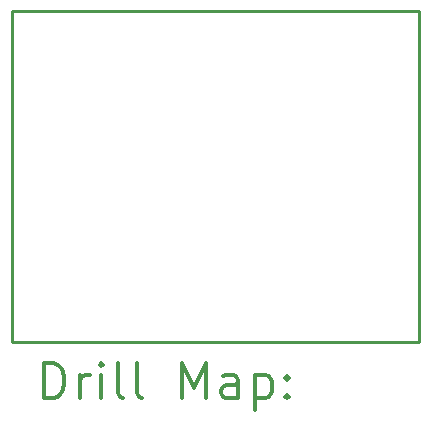
<source format=gbr>
%FSLAX45Y45*%
G04 Gerber Fmt 4.5, Leading zero omitted, Abs format (unit mm)*
G04 Created by KiCad (PCBNEW 5.1.10) date 2021-05-27 14:18:21*
%MOMM*%
%LPD*%
G01*
G04 APERTURE LIST*
%TA.AperFunction,Profile*%
%ADD10C,0.254000*%
%TD*%
%ADD11C,0.200000*%
%ADD12C,0.300000*%
G04 APERTURE END LIST*
D10*
X13610000Y-10160000D02*
X10160000Y-10160000D01*
X13610000Y-7360000D02*
X13610000Y-10160000D01*
X10160000Y-7360000D02*
X13610000Y-7360000D01*
X10160000Y-10160000D02*
X10160000Y-7360000D01*
D11*
D12*
X10433728Y-10638414D02*
X10433728Y-10338414D01*
X10505157Y-10338414D01*
X10548014Y-10352700D01*
X10576586Y-10381272D01*
X10590871Y-10409843D01*
X10605157Y-10466986D01*
X10605157Y-10509843D01*
X10590871Y-10566986D01*
X10576586Y-10595557D01*
X10548014Y-10624129D01*
X10505157Y-10638414D01*
X10433728Y-10638414D01*
X10733728Y-10638414D02*
X10733728Y-10438414D01*
X10733728Y-10495557D02*
X10748014Y-10466986D01*
X10762300Y-10452700D01*
X10790871Y-10438414D01*
X10819443Y-10438414D01*
X10919443Y-10638414D02*
X10919443Y-10438414D01*
X10919443Y-10338414D02*
X10905157Y-10352700D01*
X10919443Y-10366986D01*
X10933728Y-10352700D01*
X10919443Y-10338414D01*
X10919443Y-10366986D01*
X11105157Y-10638414D02*
X11076586Y-10624129D01*
X11062300Y-10595557D01*
X11062300Y-10338414D01*
X11262300Y-10638414D02*
X11233728Y-10624129D01*
X11219443Y-10595557D01*
X11219443Y-10338414D01*
X11605157Y-10638414D02*
X11605157Y-10338414D01*
X11705157Y-10552700D01*
X11805157Y-10338414D01*
X11805157Y-10638414D01*
X12076586Y-10638414D02*
X12076586Y-10481272D01*
X12062300Y-10452700D01*
X12033728Y-10438414D01*
X11976586Y-10438414D01*
X11948014Y-10452700D01*
X12076586Y-10624129D02*
X12048014Y-10638414D01*
X11976586Y-10638414D01*
X11948014Y-10624129D01*
X11933728Y-10595557D01*
X11933728Y-10566986D01*
X11948014Y-10538414D01*
X11976586Y-10524129D01*
X12048014Y-10524129D01*
X12076586Y-10509843D01*
X12219443Y-10438414D02*
X12219443Y-10738414D01*
X12219443Y-10452700D02*
X12248014Y-10438414D01*
X12305157Y-10438414D01*
X12333728Y-10452700D01*
X12348014Y-10466986D01*
X12362300Y-10495557D01*
X12362300Y-10581272D01*
X12348014Y-10609843D01*
X12333728Y-10624129D01*
X12305157Y-10638414D01*
X12248014Y-10638414D01*
X12219443Y-10624129D01*
X12490871Y-10609843D02*
X12505157Y-10624129D01*
X12490871Y-10638414D01*
X12476586Y-10624129D01*
X12490871Y-10609843D01*
X12490871Y-10638414D01*
X12490871Y-10452700D02*
X12505157Y-10466986D01*
X12490871Y-10481272D01*
X12476586Y-10466986D01*
X12490871Y-10452700D01*
X12490871Y-10481272D01*
M02*

</source>
